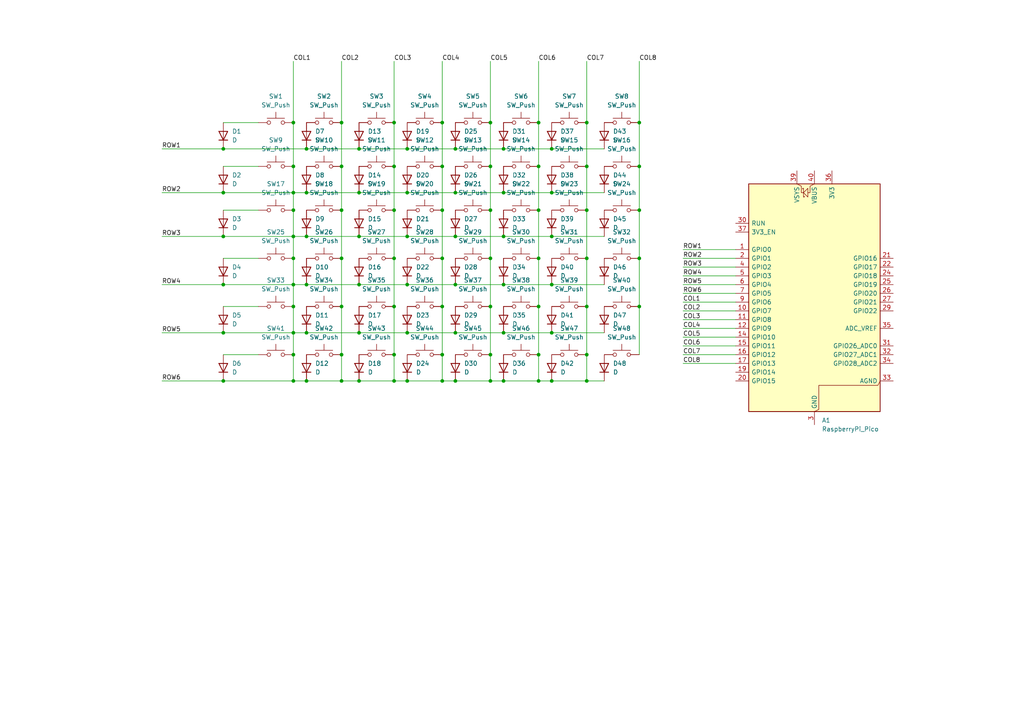
<source format=kicad_sch>
(kicad_sch (version 20250114) (generator "eeschema") (generator_version "9.0")
  (paper "A4")
  (lib_symbols
    (symbol "Device:D" (pin_numbers (hide yes)) (pin_names (offset 1.016) (hide yes))
      (property "Reference" "D" (at 0 2.54 0))
      (property "Value" "D" (at 0 -2.54 0))
      (symbol "D_0_1"
        (polyline (pts (xy -1.27 1.27) (xy -1.27 -1.27)) (stroke (width 0.254)))
        (polyline (pts (xy 1.27 1.27) (xy 1.27 -1.27) (xy -1.27 0) (xy 1.27 1.27)) (stroke (width 0.254)))
        (polyline (pts (xy 1.27 0) (xy -1.27 0)))
      )
      (symbol "D_1_1"
        (pin passive line (at -3.81 0 0) (length 2.54) (name "K") (number "1"))
        (pin passive line (at 3.81 0 180) (length 2.54) (name "A") (number "2"))
      )
    )
    (symbol "MCU_Module:RaspberryPi_Pico" (pin_names (offset 0.762))
      (property "Reference" "A" (at -19.05 35.56 0))
      (property "Value" "RaspberryPi_Pico" (at 7.62 35.56 0))
      (symbol "RaspberryPi_Pico_0_1"
        (rectangle (start -19.05 34.29) (end 19.05 -31.75) (stroke (width 0.254)) (fill (type background)))
        (polyline (pts (xy -5.08 34.29) (xy -3.81 33.655) (xy -3.81 31.75) (xy -3.175 31.75)))
        (polyline (pts (xy -3.429 32.766) (xy -3.429 33.02) (xy -3.175 33.02) (xy -3.175 30.48) (xy -2.921 30.48) (xy -2.921 30.734)))
        (polyline (pts (xy -3.175 31.75) (xy -1.905 33.02) (xy -1.905 30.48) (xy -3.175 31.75)))
        (polyline (pts (xy 0 34.29) (xy -1.27 33.655) (xy -1.27 31.75) (xy -1.905 31.75)))
        (polyline (pts (xy 0 -31.75) (xy 1.27 -31.115) (xy 1.27 -24.13) (xy 18.415 -24.13) (xy 19.05 -22.86)))
      )
      (symbol "RaspberryPi_Pico_1_1"
        (pin passive line (at -22.86 22.86 0) (length 3.81) (name "RUN") (number "30"))
        (pin passive line (at -22.86 20.32 0) (length 3.81) (name "3V3_EN") (number "37"))
        (pin bidirectional line (at -22.86 15.24 0) (length 3.81) (name "GPIO0") (number "1"))
        (pin bidirectional line (at -22.86 12.7 0) (length 3.81) (name "GPIO1") (number "2"))
        (pin bidirectional line (at -22.86 10.16 0) (length 3.81) (name "GPIO2") (number "4"))
        (pin bidirectional line (at -22.86 7.62 0) (length 3.81) (name "GPIO3") (number "5"))
        (pin bidirectional line (at -22.86 5.08 0) (length 3.81) (name "GPIO4") (number "6"))
        (pin bidirectional line (at -22.86 2.54 0) (length 3.81) (name "GPIO5") (number "7"))
        (pin bidirectional line (at -22.86 0 0) (length 3.81) (name "GPIO6") (number "9"))
        (pin bidirectional line (at -22.86 -2.54 0) (length 3.81) (name "GPIO7") (number "10"))
        (pin bidirectional line (at -22.86 -5.08 0) (length 3.81) (name "GPIO8") (number "11"))
        (pin bidirectional line (at -22.86 -7.62 0) (length 3.81) (name "GPIO9") (number "12"))
        (pin bidirectional line (at -22.86 -10.16 0) (length 3.81) (name "GPIO10") (number "14"))
        (pin bidirectional line (at -22.86 -12.7 0) (length 3.81) (name "GPIO11") (number "15"))
        (pin bidirectional line (at -22.86 -15.24 0) (length 3.81) (name "GPIO12") (number "16"))
        (pin bidirectional line (at -22.86 -17.78 0) (length 3.81) (name "GPIO13") (number "17"))
        (pin bidirectional line (at -22.86 -20.32 0) (length 3.81) (name "GPIO14") (number "19"))
        (pin bidirectional line (at -22.86 -22.86 0) (length 3.81) (name "GPIO15") (number "20"))
        (pin power_in line (at -5.08 38.1 270) (length 3.81) (name "VSYS") (number "39"))
        (pin power_out line (at 0 38.1 270) (length 3.81) (name "VBUS") (number "40"))
        (pin passive line (at 0 -35.56 90) (length 3.81) (hide yes) (name "GND") (number "13"))
        (pin passive line (at 0 -35.56 90) (length 3.81) (hide yes) (name "GND") (number "18"))
        (pin passive line (at 0 -35.56 90) (length 3.81) (hide yes) (name "GND") (number "23"))
        (pin passive line (at 0 -35.56 90) (length 3.81) (hide yes) (name "GND") (number "28"))
        (pin power_out line (at 0 -35.56 90) (length 3.81) (name "GND") (number "3"))
        (pin passive line (at 0 -35.56 90) (length 3.81) (hide yes) (name "GND") (number "38"))
        (pin passive line (at 0 -35.56 90) (length 3.81) (hide yes) (name "GND") (number "8"))
        (pin power_out line (at 5.08 38.1 270) (length 3.81) (name "3V3") (number "36"))
        (pin bidirectional line (at 22.86 12.7 180) (length 3.81) (name "GPIO16") (number "21"))
        (pin bidirectional line (at 22.86 10.16 180) (length 3.81) (name "GPIO17") (number "22"))
        (pin bidirectional line (at 22.86 7.62 180) (length 3.81) (name "GPIO18") (number "24"))
        (pin bidirectional line (at 22.86 5.08 180) (length 3.81) (name "GPIO19") (number "25"))
        (pin bidirectional line (at 22.86 2.54 180) (length 3.81) (name "GPIO20") (number "26"))
        (pin bidirectional line (at 22.86 0 180) (length 3.81) (name "GPIO21") (number "27"))
        (pin bidirectional line (at 22.86 -2.54 180) (length 3.81) (name "GPIO22") (number "29"))
        (pin power_in line (at 22.86 -7.62 180) (length 3.81) (name "ADC_VREF") (number "35"))
        (pin bidirectional line (at 22.86 -12.7 180) (length 3.81) (name "GPIO26_ADC0") (number "31"))
        (pin bidirectional line (at 22.86 -15.24 180) (length 3.81) (name "GPIO27_ADC1") (number "32"))
        (pin bidirectional line (at 22.86 -17.78 180) (length 3.81) (name "GPIO28_ADC2") (number "34"))
        (pin power_out line (at 22.86 -22.86 180) (length 3.81) (name "AGND") (number "33"))
      )
    )
    (symbol "Switch:SW_Push" (pin_numbers (hide yes)) (pin_names (offset 1.016) (hide yes))
      (property "Reference" "SW" (at 1.27 2.54 0))
      (property "Value" "SW_Push" (at 0 -1.524 0))
      (symbol "SW_Push_0_1"
        (circle (center -2.032 0) (radius 0.508))
        (polyline (pts (xy 0 1.27) (xy 0 3.048)))
        (circle (center 2.032 0) (radius 0.508))
        (polyline (pts (xy 2.54 1.27) (xy -2.54 1.27)))
        (pin passive line (at -5.08 0 0) (length 2.54) (name "1") (number "1"))
        (pin passive line (at 5.08 0 180) (length 2.54) (name "2") (number "2"))
      )
    )
  )
  (junction (at 85.09 96.52))
  (junction (at 185.42 74.93))
  (junction (at 185.42 60.96))
  (junction (at 85.09 48.26))
  (junction (at 128.27 88.9))
  (junction (at 132.08 110.49))
  (junction (at 146.05 43.18))
  (junction (at 88.9 43.18))
  (junction (at 170.18 110.49))
  (junction (at 156.21 74.93))
  (junction (at 142.24 48.26))
  (junction (at 88.9 110.49))
  (junction (at 99.06 110.49))
  (junction (at 118.11 82.55))
  (junction (at 132.08 43.18))
  (junction (at 146.05 110.49))
  (junction (at 114.3 35.56))
  (junction (at 170.18 35.56))
  (junction (at 99.06 102.87))
  (junction (at 104.14 110.49))
  (junction (at 88.9 82.55))
  (junction (at 99.06 35.56))
  (junction (at 85.09 60.96))
  (junction (at 104.14 55.88))
  (junction (at 142.24 88.9))
  (junction (at 156.21 35.56))
  (junction (at 64.77 96.52))
  (junction (at 85.09 110.49))
  (junction (at 142.24 102.87))
  (junction (at 104.14 82.55))
  (junction (at 85.09 102.87))
  (junction (at 132.08 82.55))
  (junction (at 146.05 68.58))
  (junction (at 118.11 96.52))
  (junction (at 128.27 102.87))
  (junction (at 142.24 60.96))
  (junction (at 132.08 68.58))
  (junction (at 156.21 88.9))
  (junction (at 114.3 88.9))
  (junction (at 118.11 110.49))
  (junction (at 170.18 102.87))
  (junction (at 85.09 88.9))
  (junction (at 160.02 96.52))
  (junction (at 88.9 96.52))
  (junction (at 142.24 110.49))
  (junction (at 114.3 102.87))
  (junction (at 170.18 60.96))
  (junction (at 88.9 68.58))
  (junction (at 128.27 48.26))
  (junction (at 64.77 68.58))
  (junction (at 64.77 55.88))
  (junction (at 132.08 96.52))
  (junction (at 114.3 110.49))
  (junction (at 114.3 48.26))
  (junction (at 118.11 68.58))
  (junction (at 170.18 74.93))
  (junction (at 156.21 60.96))
  (junction (at 99.06 48.26))
  (junction (at 170.18 88.9))
  (junction (at 156.21 48.26))
  (junction (at 160.02 82.55))
  (junction (at 104.14 43.18))
  (junction (at 160.02 43.18))
  (junction (at 160.02 68.58))
  (junction (at 156.21 110.49))
  (junction (at 142.24 35.56))
  (junction (at 85.09 82.55))
  (junction (at 114.3 60.96))
  (junction (at 85.09 68.58))
  (junction (at 104.14 96.52))
  (junction (at 146.05 96.52))
  (junction (at 160.02 55.88))
  (junction (at 99.06 60.96))
  (junction (at 160.02 110.49))
  (junction (at 156.21 102.87))
  (junction (at 128.27 74.93))
  (junction (at 146.05 55.88))
  (junction (at 64.77 43.18))
  (junction (at 185.42 35.56))
  (junction (at 85.09 35.56))
  (junction (at 185.42 48.26))
  (junction (at 88.9 55.88))
  (junction (at 85.09 74.93))
  (junction (at 185.42 88.9))
  (junction (at 128.27 35.56))
  (junction (at 104.14 68.58))
  (junction (at 128.27 110.49))
  (junction (at 142.24 74.93))
  (junction (at 170.18 48.26))
  (junction (at 146.05 82.55))
  (junction (at 114.3 74.93))
  (junction (at 85.09 55.88))
  (junction (at 132.08 55.88))
  (junction (at 64.77 82.55))
  (junction (at 99.06 88.9))
  (junction (at 99.06 74.93))
  (junction (at 118.11 55.88))
  (junction (at 118.11 43.18))
  (junction (at 128.27 60.96))
  (junction (at 64.77 110.49))
  (wire (pts (xy 85.09 74.93) (xy 85.09 82.55)))
  (wire (pts (xy 156.21 110.49) (xy 160.02 110.49)))
  (wire (pts (xy 64.77 96.52) (xy 85.09 96.52)))
  (wire (pts (xy 128.27 60.96) (xy 128.27 74.93)))
  (wire (pts (xy 118.11 68.58) (xy 132.08 68.58)))
  (wire (pts (xy 128.27 110.49) (xy 132.08 110.49)))
  (wire (pts (xy 132.08 68.58) (xy 146.05 68.58)))
  (wire (pts (xy 85.09 96.52) (xy 85.09 102.87)))
  (wire (pts (xy 46.99 96.52) (xy 64.77 96.52)))
  (wire (pts (xy 88.9 96.52) (xy 104.14 96.52)))
  (wire (pts (xy 170.18 102.87) (xy 170.18 110.49)))
  (wire (pts (xy 160.02 110.49) (xy 170.18 110.49)))
  (wire (pts (xy 99.06 88.9) (xy 99.06 102.87)))
  (wire (pts (xy 156.21 74.93) (xy 156.21 88.9)))
  (wire (pts (xy 114.3 102.87) (xy 114.3 110.49)))
  (wire (pts (xy 160.02 82.55) (xy 175.26 82.55)))
  (wire (pts (xy 198.12 72.39) (xy 213.36 72.39)))
  (wire (pts (xy 198.12 80.01) (xy 213.36 80.01)))
  (wire (pts (xy 156.21 48.26) (xy 156.21 60.96)))
  (wire (pts (xy 160.02 55.88) (xy 175.26 55.88)))
  (wire (pts (xy 104.14 110.49) (xy 114.3 110.49)))
  (wire (pts (xy 74.93 88.9) (xy 64.77 88.9)))
  (wire (pts (xy 128.27 88.9) (xy 128.27 102.87)))
  (wire (pts (xy 146.05 110.49) (xy 156.21 110.49)))
  (wire (pts (xy 104.14 96.52) (xy 118.11 96.52)))
  (wire (pts (xy 85.09 68.58) (xy 85.09 74.93)))
  (wire (pts (xy 85.09 102.87) (xy 85.09 110.49)))
  (wire (pts (xy 74.93 74.93) (xy 64.77 74.93)))
  (wire (pts (xy 142.24 74.93) (xy 142.24 88.9)))
  (wire (pts (xy 114.3 74.93) (xy 114.3 88.9)))
  (wire (pts (xy 74.93 102.87) (xy 64.77 102.87)))
  (wire (pts (xy 85.09 55.88) (xy 88.9 55.88)))
  (wire (pts (xy 99.06 102.87) (xy 99.06 110.49)))
  (wire (pts (xy 170.18 17.78) (xy 170.18 35.56)))
  (wire (pts (xy 198.12 95.25) (xy 213.36 95.25)))
  (wire (pts (xy 198.12 74.93) (xy 213.36 74.93)))
  (wire (pts (xy 170.18 110.49) (xy 175.26 110.49)))
  (wire (pts (xy 170.18 48.26) (xy 170.18 60.96)))
  (wire (pts (xy 128.27 102.87) (xy 128.27 110.49)))
  (wire (pts (xy 85.09 110.49) (xy 88.9 110.49)))
  (wire (pts (xy 185.42 17.78) (xy 185.42 35.56)))
  (wire (pts (xy 64.77 55.88) (xy 85.09 55.88)))
  (wire (pts (xy 160.02 96.52) (xy 175.26 96.52)))
  (wire (pts (xy 74.93 60.96) (xy 64.77 60.96)))
  (wire (pts (xy 104.14 68.58) (xy 118.11 68.58)))
  (wire (pts (xy 99.06 35.56) (xy 99.06 48.26)))
  (wire (pts (xy 99.06 110.49) (xy 104.14 110.49)))
  (wire (pts (xy 104.14 82.55) (xy 118.11 82.55)))
  (wire (pts (xy 146.05 96.52) (xy 160.02 96.52)))
  (wire (pts (xy 142.24 17.78) (xy 142.24 35.56)))
  (wire (pts (xy 85.09 88.9) (xy 85.09 96.52)))
  (wire (pts (xy 198.12 105.41) (xy 213.36 105.41)))
  (wire (pts (xy 118.11 82.55) (xy 132.08 82.55)))
  (wire (pts (xy 85.09 68.58) (xy 88.9 68.58)))
  (wire (pts (xy 74.93 48.26) (xy 64.77 48.26)))
  (wire (pts (xy 146.05 68.58) (xy 160.02 68.58)))
  (wire (pts (xy 170.18 60.96) (xy 170.18 74.93)))
  (wire (pts (xy 185.42 60.96) (xy 185.42 74.93)))
  (wire (pts (xy 185.42 88.9) (xy 185.42 102.87)))
  (wire (pts (xy 132.08 110.49) (xy 142.24 110.49)))
  (wire (pts (xy 46.99 68.58) (xy 64.77 68.58)))
  (wire (pts (xy 88.9 110.49) (xy 99.06 110.49)))
  (wire (pts (xy 64.77 82.55) (xy 85.09 82.55)))
  (wire (pts (xy 198.12 97.79) (xy 213.36 97.79)))
  (wire (pts (xy 198.12 87.63) (xy 213.36 87.63)))
  (wire (pts (xy 46.99 110.49) (xy 64.77 110.49)))
  (wire (pts (xy 114.3 60.96) (xy 114.3 74.93)))
  (wire (pts (xy 156.21 60.96) (xy 156.21 74.93)))
  (wire (pts (xy 46.99 43.18) (xy 64.77 43.18)))
  (wire (pts (xy 118.11 110.49) (xy 128.27 110.49)))
  (wire (pts (xy 156.21 17.78) (xy 156.21 35.56)))
  (wire (pts (xy 85.09 96.52) (xy 88.9 96.52)))
  (wire (pts (xy 185.42 48.26) (xy 185.42 60.96)))
  (wire (pts (xy 198.12 82.55) (xy 213.36 82.55)))
  (wire (pts (xy 99.06 48.26) (xy 99.06 60.96)))
  (wire (pts (xy 185.42 35.56) (xy 185.42 48.26)))
  (wire (pts (xy 64.77 68.58) (xy 85.09 68.58)))
  (wire (pts (xy 118.11 43.18) (xy 132.08 43.18)))
  (wire (pts (xy 132.08 55.88) (xy 146.05 55.88)))
  (wire (pts (xy 85.09 55.88) (xy 85.09 60.96)))
  (wire (pts (xy 118.11 96.52) (xy 132.08 96.52)))
  (wire (pts (xy 85.09 82.55) (xy 88.9 82.55)))
  (wire (pts (xy 142.24 102.87) (xy 142.24 110.49)))
  (wire (pts (xy 146.05 55.88) (xy 160.02 55.88)))
  (wire (pts (xy 114.3 110.49) (xy 118.11 110.49)))
  (wire (pts (xy 114.3 35.56) (xy 114.3 48.26)))
  (wire (pts (xy 198.12 85.09) (xy 213.36 85.09)))
  (wire (pts (xy 198.12 90.17) (xy 213.36 90.17)))
  (wire (pts (xy 88.9 82.55) (xy 104.14 82.55)))
  (wire (pts (xy 132.08 96.52) (xy 146.05 96.52)))
  (wire (pts (xy 88.9 68.58) (xy 104.14 68.58)))
  (wire (pts (xy 128.27 48.26) (xy 128.27 60.96)))
  (wire (pts (xy 85.09 60.96) (xy 85.09 68.58)))
  (wire (pts (xy 118.11 55.88) (xy 132.08 55.88)))
  (wire (pts (xy 160.02 68.58) (xy 175.26 68.58)))
  (wire (pts (xy 114.3 17.78) (xy 114.3 35.56)))
  (wire (pts (xy 64.77 110.49) (xy 85.09 110.49)))
  (wire (pts (xy 185.42 74.93) (xy 185.42 88.9)))
  (wire (pts (xy 114.3 88.9) (xy 114.3 102.87)))
  (wire (pts (xy 146.05 43.18) (xy 160.02 43.18)))
  (wire (pts (xy 104.14 55.88) (xy 118.11 55.88)))
  (wire (pts (xy 88.9 43.18) (xy 104.14 43.18)))
  (wire (pts (xy 146.05 82.55) (xy 160.02 82.55)))
  (wire (pts (xy 64.77 43.18) (xy 88.9 43.18)))
  (wire (pts (xy 142.24 48.26) (xy 142.24 60.96)))
  (wire (pts (xy 142.24 110.49) (xy 146.05 110.49)))
  (wire (pts (xy 142.24 35.56) (xy 142.24 48.26)))
  (wire (pts (xy 132.08 82.55) (xy 146.05 82.55)))
  (wire (pts (xy 128.27 17.78) (xy 128.27 35.56)))
  (wire (pts (xy 160.02 43.18) (xy 175.26 43.18)))
  (wire (pts (xy 46.99 55.88) (xy 64.77 55.88)))
  (wire (pts (xy 198.12 92.71) (xy 213.36 92.71)))
  (wire (pts (xy 128.27 35.56) (xy 128.27 48.26)))
  (wire (pts (xy 46.99 82.55) (xy 64.77 82.55)))
  (wire (pts (xy 85.09 48.26) (xy 85.09 55.88)))
  (wire (pts (xy 156.21 35.56) (xy 156.21 48.26)))
  (wire (pts (xy 156.21 102.87) (xy 156.21 110.49)))
  (wire (pts (xy 99.06 60.96) (xy 99.06 74.93)))
  (wire (pts (xy 170.18 74.93) (xy 170.18 88.9)))
  (wire (pts (xy 142.24 60.96) (xy 142.24 74.93)))
  (wire (pts (xy 198.12 77.47) (xy 213.36 77.47)))
  (wire (pts (xy 74.93 35.56) (xy 64.77 35.56)))
  (wire (pts (xy 142.24 88.9) (xy 142.24 102.87)))
  (wire (pts (xy 85.09 17.78) (xy 85.09 35.56)))
  (wire (pts (xy 85.09 35.56) (xy 85.09 48.26)))
  (wire (pts (xy 99.06 74.93) (xy 99.06 88.9)))
  (wire (pts (xy 170.18 88.9) (xy 170.18 102.87)))
  (wire (pts (xy 99.06 17.78) (xy 99.06 35.56)))
  (wire (pts (xy 170.18 35.56) (xy 170.18 48.26)))
  (wire (pts (xy 156.21 88.9) (xy 156.21 102.87)))
  (wire (pts (xy 104.14 43.18) (xy 118.11 43.18)))
  (wire (pts (xy 128.27 74.93) (xy 128.27 88.9)))
  (wire (pts (xy 114.3 48.26) (xy 114.3 60.96)))
  (wire (pts (xy 132.08 43.18) (xy 146.05 43.18)))
  (wire (pts (xy 85.09 82.55) (xy 85.09 88.9)))
  (wire (pts (xy 198.12 102.87) (xy 213.36 102.87)))
  (wire (pts (xy 88.9 55.88) (xy 104.14 55.88)))
  (wire (pts (xy 198.12 100.33) (xy 213.36 100.33)))
  (label "ROW1" (at 198.12 72.39 0))
  (label "COL1" (at 85.09 17.78 0))
  (label "COL2" (at 99.06 17.78 0))
  (label "COL6" (at 156.21 17.78 0))
  (label "COL4" (at 128.27 17.78 0))
  (label "ROW3" (at 46.99 68.58 0))
  (label "COL3" (at 198.12 92.71 0))
  (label "ROW6" (at 198.12 85.09 0))
  (label "COL4" (at 198.12 95.25 0))
  (label "COL6" (at 198.12 100.33 0))
  (label "COL7" (at 198.12 102.87 0))
  (label "ROW3" (at 198.12 77.47 0))
  (label "ROW4" (at 198.12 80.01 0))
  (label "ROW5" (at 46.99 96.52 0))
  (label "COL1" (at 198.12 87.63 0))
  (label "COL7" (at 170.18 17.78 0))
  (label "COL2" (at 198.12 90.17 0))
  (label "ROW1" (at 46.99 43.18 0))
  (label "COL3" (at 114.3 17.78 0))
  (label "COL5" (at 142.24 17.78 0))
  (label "ROW2" (at 198.12 74.93 0))
  (label "COL5" (at 198.12 97.79 0))
  (label "ROW6" (at 46.99 110.49 0))
  (label "COL8" (at 198.12 105.41 0))
  (label "COL8" (at 185.42 17.78 0))
  (label "ROW2" (at 46.99 55.88 0))
  (label "ROW4" (at 46.99 82.55 0))
  (label "ROW5" (at 198.12 82.55 0))
  (symbol (lib_id "Switch:SW_Push") (at 109.22 48.26 0) (unit 1)
    (property "Reference" "SW11" (at 109.22 40.64 0))
    (property "Value" "SW_Push" (at 109.22 43.18 0))
    (property "Footprint" "Button_Switch_Keyboard:SW_Cherry_MX_1.00u_PCB" (effects (hide yes)))
    (property "Description" "Push button switch, generic, two pins" (effects (hide yes)))
  )
  (symbol (lib_id "Device:D") (at 160.02 78.74 90) (unit 1)
    (property "Reference" "D40" (at 162.56 77.4699 90) (effects (justify right)))
    (property "Value" "D" (at 162.56 80.0099 90) (effects (justify right)))
    (property "Footprint" "Diode_SMD:D_1206_3216Metric_Pad1.42x1.75mm_HandSolder" (effects (hide yes)))
    (property "Description" "Diode" (effects (hide yes)))
    (property "Sim.Device" "D" (effects (hide yes)))
    (property "Sim.Pins" "1=K 2=A" (effects (hide yes)))
  )
  (symbol (lib_id "Switch:SW_Push") (at 165.1 48.26 0) (unit 1)
    (property "Reference" "SW15" (at 165.1 40.64 0))
    (property "Value" "SW_Push" (at 165.1 43.18 0))
    (property "Footprint" "Button_Switch_Keyboard:SW_Cherry_MX_1.00u_PCB" (effects (hide yes)))
    (property "Description" "Push button switch, generic, two pins" (effects (hide yes)))
  )
  (symbol (lib_id "Device:D") (at 64.77 52.07 90) (unit 1)
    (property "Reference" "D2" (at 67.31 50.7999 90) (effects (justify right)))
    (property "Value" "D" (at 67.31 53.3399 90) (effects (justify right)))
    (property "Footprint" "Diode_SMD:D_1206_3216Metric_Pad1.42x1.75mm_HandSolder" (effects (hide yes)))
    (property "Description" "Diode" (effects (hide yes)))
    (property "Sim.Device" "D" (effects (hide yes)))
    (property "Sim.Pins" "1=K 2=A" (effects (hide yes)))
  )
  (symbol (lib_id "Device:D") (at 160.02 39.37 90) (unit 1)
    (property "Reference" "D37" (at 162.56 38.0999 90) (effects (justify right)))
    (property "Value" "D" (at 162.56 40.6399 90) (effects (justify right)))
    (property "Footprint" "Diode_SMD:D_1206_3216Metric_Pad1.42x1.75mm_HandSolder" (effects (hide yes)))
    (property "Description" "Diode" (effects (hide yes)))
    (property "Sim.Device" "D" (effects (hide yes)))
    (property "Sim.Pins" "1=K 2=A" (effects (hide yes)))
  )
  (symbol (lib_id "Device:D") (at 146.05 64.77 90) (unit 1)
    (property "Reference" "D33" (at 148.59 63.4999 90) (effects (justify right)))
    (property "Value" "D" (at 148.59 66.0399 90) (effects (justify right)))
    (property "Footprint" "Diode_SMD:D_1206_3216Metric_Pad1.42x1.75mm_HandSolder" (effects (hide yes)))
    (property "Description" "Diode" (effects (hide yes)))
    (property "Sim.Device" "D" (effects (hide yes)))
    (property "Sim.Pins" "1=K 2=A" (effects (hide yes)))
  )
  (symbol (lib_id "Device:D") (at 146.05 52.07 90) (unit 1)
    (property "Reference" "D32" (at 148.59 50.7999 90) (effects (justify right)))
    (property "Value" "D" (at 148.59 53.3399 90) (effects (justify right)))
    (property "Footprint" "Diode_SMD:D_1206_3216Metric_Pad1.42x1.75mm_HandSolder" (effects (hide yes)))
    (property "Description" "Diode" (effects (hide yes)))
    (property "Sim.Device" "D" (effects (hide yes)))
    (property "Sim.Pins" "1=K 2=A" (effects (hide yes)))
  )
  (symbol (lib_id "Switch:SW_Push") (at 80.01 88.9 0) (unit 1)
    (property "Reference" "SW33" (at 80.01 81.28 0))
    (property "Value" "SW_Push" (at 80.01 83.82 0))
    (property "Footprint" "Button_Switch_Keyboard:SW_Cherry_MX_1.00u_PCB" (effects (hide yes)))
    (property "Description" "Push button switch, generic, two pins" (effects (hide yes)))
  )
  (symbol (lib_id "Switch:SW_Push") (at 137.16 60.96 0) (unit 1)
    (property "Reference" "SW21" (at 137.16 53.34 0))
    (property "Value" "SW_Push" (at 137.16 55.88 0))
    (property "Footprint" "Button_Switch_Keyboard:SW_Cherry_MX_1.00u_PCB" (effects (hide yes)))
    (property "Description" "Push button switch, generic, two pins" (effects (hide yes)))
  )
  (symbol (lib_id "Switch:SW_Push") (at 93.98 60.96 0) (unit 1)
    (property "Reference" "SW18" (at 93.98 53.34 0))
    (property "Value" "SW_Push" (at 93.98 55.88 0))
    (property "Footprint" "Button_Switch_Keyboard:SW_Cherry_MX_1.00u_PCB" (effects (hide yes)))
    (property "Description" "Push button switch, generic, two pins" (effects (hide yes)))
  )
  (symbol (lib_id "Switch:SW_Push") (at 123.19 102.87 0) (unit 1)
    (property "Reference" "SW44" (at 123.19 95.25 0))
    (property "Value" "SW_Push" (at 123.19 97.79 0))
    (property "Footprint" "Button_Switch_Keyboard:SW_Cherry_MX_1.00u_PCB" (effects (hide yes)))
    (property "Description" "Push button switch, generic, two pins" (effects (hide yes)))
  )
  (symbol (lib_id "Switch:SW_Push") (at 123.19 74.93 0) (unit 1)
    (property "Reference" "SW28" (at 123.19 67.31 0))
    (property "Value" "SW_Push" (at 123.19 69.85 0))
    (property "Footprint" "Button_Switch_Keyboard:SW_Cherry_MX_1.00u_PCB" (effects (hide yes)))
    (property "Description" "Push button switch, generic, two pins" (effects (hide yes)))
  )
  (symbol (lib_id "Device:D") (at 88.9 52.07 90) (unit 1)
    (property "Reference" "D8" (at 91.44 50.7999 90) (effects (justify right)))
    (property "Value" "D" (at 91.44 53.3399 90) (effects (justify right)))
    (property "Footprint" "Diode_SMD:D_1206_3216Metric_Pad1.42x1.75mm_HandSolder" (effects (hide yes)))
    (property "Description" "Diode" (effects (hide yes)))
    (property "Sim.Device" "D" (effects (hide yes)))
    (property "Sim.Pins" "1=K 2=A" (effects (hide yes)))
  )
  (symbol (lib_id "Switch:SW_Push") (at 123.19 88.9 0) (unit 1)
    (property "Reference" "SW36" (at 123.19 81.28 0))
    (property "Value" "SW_Push" (at 123.19 83.82 0))
    (property "Footprint" "Button_Switch_Keyboard:SW_Cherry_MX_1.00u_PCB" (effects (hide yes)))
    (property "Description" "Push button switch, generic, two pins" (effects (hide yes)))
  )
  (symbol (lib_id "Switch:SW_Push") (at 151.13 48.26 0) (unit 1)
    (property "Reference" "SW14" (at 151.13 40.64 0))
    (property "Value" "SW_Push" (at 151.13 43.18 0))
    (property "Footprint" "Button_Switch_Keyboard:SW_Cherry_MX_1.00u_PCB" (effects (hide yes)))
    (property "Description" "Push button switch, generic, two pins" (effects (hide yes)))
  )
  (symbol (lib_id "Device:D") (at 118.11 78.74 90) (unit 1)
    (property "Reference" "D22" (at 120.65 77.4699 90) (effects (justify right)))
    (property "Value" "D" (at 120.65 80.0099 90) (effects (justify right)))
    (property "Footprint" "Diode_SMD:D_1206_3216Metric_Pad1.42x1.75mm_HandSolder" (effects (hide yes)))
    (property "Description" "Diode" (effects (hide yes)))
    (property "Sim.Device" "D" (effects (hide yes)))
    (property "Sim.Pins" "1=K 2=A" (effects (hide yes)))
  )
  (symbol (lib_id "Switch:SW_Push") (at 80.01 48.26 0) (unit 1)
    (property "Reference" "SW9" (at 80.01 40.64 0))
    (property "Value" "SW_Push" (at 80.01 43.18 0))
    (property "Footprint" "Button_Switch_Keyboard:SW_Cherry_MX_1.00u_PCB" (effects (hide yes)))
    (property "Description" "Push button switch, generic, two pins" (effects (hide yes)))
  )
  (symbol (lib_id "Device:D") (at 160.02 92.71 90) (unit 1)
    (property "Reference" "D41" (at 162.56 91.4399 90) (effects (justify right)))
    (property "Value" "D" (at 162.56 93.9799 90) (effects (justify right)))
    (property "Footprint" "Diode_SMD:D_1206_3216Metric_Pad1.42x1.75mm_HandSolder" (effects (hide yes)))
    (property "Description" "Diode" (effects (hide yes)))
    (property "Sim.Device" "D" (effects (hide yes)))
    (property "Sim.Pins" "1=K 2=A" (effects (hide yes)))
  )
  (symbol (lib_id "Device:D") (at 175.26 106.68 90) (unit 1)
    (property "Reference" "D48" (at 177.8 105.4099 90) (effects (justify right)))
    (property "Value" "D" (at 177.8 107.9499 90) (effects (justify right)))
    (property "Footprint" "Diode_SMD:D_1206_3216Metric_Pad1.42x1.75mm_HandSolder" (effects (hide yes)))
    (property "Description" "Diode" (effects (hide yes)))
    (property "Sim.Device" "D" (effects (hide yes)))
    (property "Sim.Pins" "1=K 2=A" (effects (hide yes)))
  )
  (symbol (lib_id "Device:D") (at 118.11 52.07 90) (unit 1)
    (property "Reference" "D20" (at 120.65 50.7999 90) (effects (justify right)))
    (property "Value" "D" (at 120.65 53.3399 90) (effects (justify right)))
    (property "Footprint" "Diode_SMD:D_1206_3216Metric_Pad1.42x1.75mm_HandSolder" (effects (hide yes)))
    (property "Description" "Diode" (effects (hide yes)))
    (property "Sim.Device" "D" (effects (hide yes)))
    (property "Sim.Pins" "1=K 2=A" (effects (hide yes)))
  )
  (symbol (lib_id "Switch:SW_Push") (at 180.34 88.9 0) (unit 1)
    (property "Reference" "SW40" (at 180.34 81.28 0))
    (property "Value" "SW_Push" (at 180.34 83.82 0))
    (property "Footprint" "Button_Switch_Keyboard:SW_Cherry_MX_1.00u_PCB" (effects (hide yes)))
    (property "Description" "Push button switch, generic, two pins" (effects (hide yes)))
  )
  (symbol (lib_id "Switch:SW_Push") (at 137.16 88.9 0) (unit 1)
    (property "Reference" "SW37" (at 137.16 81.28 0))
    (property "Value" "SW_Push" (at 137.16 83.82 0))
    (property "Footprint" "Button_Switch_Keyboard:SW_Cherry_MX_1.00u_PCB" (effects (hide yes)))
    (property "Description" "Push button switch, generic, two pins" (effects (hide yes)))
  )
  (symbol (lib_id "Switch:SW_Push") (at 109.22 35.56 0) (unit 1)
    (property "Reference" "SW3" (at 109.22 27.94 0))
    (property "Value" "SW_Push" (at 109.22 30.48 0))
    (property "Footprint" "Button_Switch_Keyboard:SW_Cherry_MX_1.00u_PCB" (effects (hide yes)))
    (property "Description" "Push button switch, generic, two pins" (effects (hide yes)))
  )
  (symbol (lib_id "Switch:SW_Push") (at 165.1 60.96 0) (unit 1)
    (property "Reference" "SW23" (at 165.1 53.34 0))
    (property "Value" "SW_Push" (at 165.1 55.88 0))
    (property "Footprint" "Button_Switch_Keyboard:SW_Cherry_MX_1.00u_PCB" (effects (hide yes)))
    (property "Description" "Push button switch, generic, two pins" (effects (hide yes)))
  )
  (symbol (lib_id "Device:D") (at 64.77 39.37 90) (unit 1)
    (property "Reference" "D1" (at 67.31 38.0999 90) (effects (justify right)))
    (property "Value" "D" (at 67.31 40.6399 90) (effects (justify right)))
    (property "Footprint" "Diode_SMD:D_1206_3216Metric_Pad1.42x1.75mm_HandSolder" (effects (hide yes)))
    (property "Description" "Diode" (effects (hide yes)))
    (property "Sim.Device" "D" (effects (hide yes)))
    (property "Sim.Pins" "1=K 2=A" (effects (hide yes)))
  )
  (symbol (lib_id "Switch:SW_Push") (at 109.22 102.87 0) (unit 1)
    (property "Reference" "SW43" (at 109.22 95.25 0))
    (property "Value" "SW_Push" (at 109.22 97.79 0))
    (property "Footprint" "Button_Switch_Keyboard:SW_Cherry_MX_1.00u_PCB" (effects (hide yes)))
    (property "Description" "Push button switch, generic, two pins" (effects (hide yes)))
  )
  (symbol (lib_id "Device:D") (at 175.26 78.74 90) (unit 1)
    (property "Reference" "D46" (at 177.8 77.4699 90) (effects (justify right)))
    (property "Value" "D" (at 177.8 80.0099 90) (effects (justify right)))
    (property "Footprint" "Diode_SMD:D_1206_3216Metric_Pad1.42x1.75mm_HandSolder" (effects (hide yes)))
    (property "Description" "Diode" (effects (hide yes)))
    (property "Sim.Device" "D" (effects (hide yes)))
    (property "Sim.Pins" "1=K 2=A" (effects (hide yes)))
  )
  (symbol (lib_id "Device:D") (at 104.14 52.07 90) (unit 1)
    (property "Reference" "D14" (at 106.68 50.7999 90) (effects (justify right)))
    (property "Value" "D" (at 106.68 53.3399 90) (effects (justify right)))
    (property "Footprint" "Diode_SMD:D_1206_3216Metric_Pad1.42x1.75mm_HandSolder" (effects (hide yes)))
    (property "Description" "Diode" (effects (hide yes)))
    (property "Sim.Device" "D" (effects (hide yes)))
    (property "Sim.Pins" "1=K 2=A" (effects (hide yes)))
  )
  (symbol (lib_id "Switch:SW_Push") (at 93.98 35.56 0) (unit 1)
    (property "Reference" "SW2" (at 93.98 27.94 0))
    (property "Value" "SW_Push" (at 93.98 30.48 0))
    (property "Footprint" "Button_Switch_Keyboard:SW_Cherry_MX_1.00u_PCB" (effects (hide yes)))
    (property "Description" "Push button switch, generic, two pins" (effects (hide yes)))
  )
  (symbol (lib_id "Switch:SW_Push") (at 123.19 35.56 0) (unit 1)
    (property "Reference" "SW4" (at 123.19 27.94 0))
    (property "Value" "SW_Push" (at 123.19 30.48 0))
    (property "Footprint" "Button_Switch_Keyboard:SW_Cherry_MX_1.00u_PCB" (effects (hide yes)))
    (property "Description" "Push button switch, generic, two pins" (effects (hide yes)))
  )
  (symbol (lib_id "Switch:SW_Push") (at 137.16 48.26 0) (unit 1)
    (property "Reference" "SW13" (at 137.16 40.64 0))
    (property "Value" "SW_Push" (at 137.16 43.18 0))
    (property "Footprint" "Button_Switch_Keyboard:SW_Cherry_MX_1.00u_PCB" (effects (hide yes)))
    (property "Description" "Push button switch, generic, two pins" (effects (hide yes)))
  )
  (symbol (lib_id "Switch:SW_Push") (at 165.1 35.56 0) (unit 1)
    (property "Reference" "SW7" (at 165.1 27.94 0))
    (property "Value" "SW_Push" (at 165.1 30.48 0))
    (property "Footprint" "Button_Switch_Keyboard:SW_Cherry_MX_1.00u_PCB" (effects (hide yes)))
    (property "Description" "Push button switch, generic, two pins" (effects (hide yes)))
  )
  (symbol (lib_id "Device:D") (at 88.9 92.71 90) (unit 1)
    (property "Reference" "D11" (at 91.44 91.4399 90) (effects (justify right)))
    (property "Value" "D" (at 91.44 93.9799 90) (effects (justify right)))
    (property "Footprint" "Diode_SMD:D_1206_3216Metric_Pad1.42x1.75mm_HandSolder" (effects (hide yes)))
    (property "Description" "Diode" (effects (hide yes)))
    (property "Sim.Device" "D" (effects (hide yes)))
    (property "Sim.Pins" "1=K 2=A" (effects (hide yes)))
  )
  (symbol (lib_id "Device:D") (at 175.26 52.07 90) (unit 1)
    (property "Reference" "D44" (at 177.8 50.7999 90) (effects (justify right)))
    (property "Value" "D" (at 177.8 53.3399 90) (effects (justify right)))
    (property "Footprint" "Diode_SMD:D_1206_3216Metric_Pad1.42x1.75mm_HandSolder" (effects (hide yes)))
    (property "Description" "Diode" (effects (hide yes)))
    (property "Sim.Device" "D" (effects (hide yes)))
    (property "Sim.Pins" "1=K 2=A" (effects (hide yes)))
  )
  (symbol (lib_id "Device:D") (at 104.14 78.74 90) (unit 1)
    (property "Reference" "D16" (at 106.68 77.4699 90) (effects (justify right)))
    (property "Value" "D" (at 106.68 80.0099 90) (effects (justify right)))
    (property "Footprint" "Diode_SMD:D_1206_3216Metric_Pad1.42x1.75mm_HandSolder" (effects (hide yes)))
    (property "Description" "Diode" (effects (hide yes)))
    (property "Sim.Device" "D" (effects (hide yes)))
    (property "Sim.Pins" "1=K 2=A" (effects (hide yes)))
  )
  (symbol (lib_id "Switch:SW_Push") (at 93.98 48.26 0) (unit 1)
    (property "Reference" "SW10" (at 93.98 40.64 0))
    (property "Value" "SW_Push" (at 93.98 43.18 0))
    (property "Footprint" "Button_Switch_Keyboard:SW_Cherry_MX_1.00u_PCB" (effects (hide yes)))
    (property "Description" "Push button switch, generic, two pins" (effects (hide yes)))
  )
  (symbol (lib_id "Device:D") (at 104.14 92.71 90) (unit 1)
    (property "Reference" "D17" (at 106.68 91.4399 90) (effects (justify right)))
    (property "Value" "D" (at 106.68 93.9799 90) (effects (justify right)))
    (property "Footprint" "Diode_SMD:D_1206_3216Metric_Pad1.42x1.75mm_HandSolder" (effects (hide yes)))
    (property "Description" "Diode" (effects (hide yes)))
    (property "Sim.Device" "D" (effects (hide yes)))
    (property "Sim.Pins" "1=K 2=A" (effects (hide yes)))
  )
  (symbol (lib_id "Switch:SW_Push") (at 151.13 74.93 0) (unit 1)
    (property "Reference" "SW30" (at 151.13 67.31 0))
    (property "Value" "SW_Push" (at 151.13 69.85 0))
    (property "Footprint" "Button_Switch_Keyboard:SW_Cherry_MX_1.00u_PCB" (effects (hide yes)))
    (property "Description" "Push button switch, generic, two pins" (effects (hide yes)))
  )
  (symbol (lib_id "Device:D") (at 104.14 106.68 90) (unit 1)
    (property "Reference" "D18" (at 106.68 105.4099 90) (effects (justify right)))
    (property "Value" "D" (at 106.68 107.9499 90) (effects (justify right)))
    (property "Footprint" "Diode_SMD:D_1206_3216Metric_Pad1.42x1.75mm_HandSolder" (effects (hide yes)))
    (property "Description" "Diode" (effects (hide yes)))
    (property "Sim.Device" "D" (effects (hide yes)))
    (property "Sim.Pins" "1=K 2=A" (effects (hide yes)))
  )
  (symbol (lib_id "Switch:SW_Push") (at 80.01 74.93 0) (unit 1)
    (property "Reference" "SW25" (at 80.01 67.31 0))
    (property "Value" "SW_Push" (at 80.01 69.85 0))
    (property "Footprint" "Button_Switch_Keyboard:SW_Cherry_MX_1.00u_PCB" (effects (hide yes)))
    (property "Description" "Push button switch, generic, two pins" (effects (hide yes)))
  )
  (symbol (lib_id "Device:D") (at 88.9 78.74 90) (unit 1)
    (property "Reference" "D10" (at 91.44 77.4699 90) (effects (justify right)))
    (property "Value" "D" (at 91.44 80.0099 90) (effects (justify right)))
    (property "Footprint" "Diode_SMD:D_1206_3216Metric_Pad1.42x1.75mm_HandSolder" (effects (hide yes)))
    (property "Description" "Diode" (effects (hide yes)))
    (property "Sim.Device" "D" (effects (hide yes)))
    (property "Sim.Pins" "1=K 2=A" (effects (hide yes)))
  )
  (symbol (lib_id "Device:D") (at 160.02 52.07 90) (unit 1)
    (property "Reference" "D38" (at 162.56 50.7999 90) (effects (justify right)))
    (property "Value" "D" (at 162.56 53.3399 90) (effects (justify right)))
    (property "Footprint" "Diode_SMD:D_1206_3216Metric_Pad1.42x1.75mm_HandSolder" (effects (hide yes)))
    (property "Description" "Diode" (effects (hide yes)))
    (property "Sim.Device" "D" (effects (hide yes)))
    (property "Sim.Pins" "1=K 2=A" (effects (hide yes)))
  )
  (symbol (lib_id "Switch:SW_Push") (at 109.22 88.9 0) (unit 1)
    (property "Reference" "SW35" (at 109.22 81.28 0))
    (property "Value" "SW_Push" (at 109.22 83.82 0))
    (property "Footprint" "Button_Switch_Keyboard:SW_Cherry_MX_1.00u_PCB" (effects (hide yes)))
    (property "Description" "Push button switch, generic, two pins" (effects (hide yes)))
  )
  (symbol (lib_id "Switch:SW_Push") (at 151.13 60.96 0) (unit 1)
    (property "Reference" "SW22" (at 151.13 53.34 0))
    (property "Value" "SW_Push" (at 151.13 55.88 0))
    (property "Footprint" "Button_Switch_Keyboard:SW_Cherry_MX_1.00u_PCB" (effects (hide yes)))
    (property "Description" "Push button switch, generic, two pins" (effects (hide yes)))
  )
  (symbol (lib_id "Switch:SW_Push") (at 137.16 74.93 0) (unit 1)
    (property "Reference" "SW29" (at 137.16 67.31 0))
    (property "Value" "SW_Push" (at 137.16 69.85 0))
    (property "Footprint" "Button_Switch_Keyboard:SW_Cherry_MX_1.00u_PCB" (effects (hide yes)))
    (property "Description" "Push button switch, generic, two pins" (effects (hide yes)))
  )
  (symbol (lib_id "Switch:SW_Push") (at 165.1 88.9 0) (unit 1)
    (property "Reference" "SW39" (at 165.1 81.28 0))
    (property "Value" "SW_Push" (at 165.1 83.82 0))
    (property "Footprint" "Button_Switch_Keyboard:SW_Cherry_MX_1.00u_PCB" (effects (hide yes)))
    (property "Description" "Push button switch, generic, two pins" (effects (hide yes)))
  )
  (symbol (lib_id "Device:D") (at 160.02 64.77 90) (unit 1)
    (property "Reference" "D39" (at 162.56 63.4999 90) (effects (justify right)))
    (property "Value" "D" (at 162.56 66.0399 90) (effects (justify right)))
    (property "Footprint" "Diode_SMD:D_1206_3216Metric_Pad1.42x1.75mm_HandSolder" (effects (hide yes)))
    (property "Description" "Diode" (effects (hide yes)))
    (property "Sim.Device" "D" (effects (hide yes)))
    (property "Sim.Pins" "1=K 2=A" (effects (hide yes)))
  )
  (symbol (lib_id "Switch:SW_Push") (at 80.01 35.56 0) (unit 1)
    (property "Reference" "SW1" (at 80.01 27.94 0))
    (property "Value" "SW_Push" (at 80.01 30.48 0))
    (property "Footprint" "Button_Switch_Keyboard:SW_Cherry_MX_1.00u_PCB" (effects (hide yes)))
    (property "Description" "Push button switch, generic, two pins" (effects (hide yes)))
  )
  (symbol (lib_id "Device:D") (at 64.77 106.68 90) (unit 1)
    (property "Reference" "D6" (at 67.31 105.4099 90) (effects (justify right)))
    (property "Value" "D" (at 67.31 107.9499 90) (effects (justify right)))
    (property "Footprint" "Diode_SMD:D_1206_3216Metric_Pad1.42x1.75mm_HandSolder" (effects (hide yes)))
    (property "Description" "Diode" (effects (hide yes)))
    (property "Sim.Device" "D" (effects (hide yes)))
    (property "Sim.Pins" "1=K 2=A" (effects (hide yes)))
  )
  (symbol (lib_id "Device:D") (at 175.26 39.37 90) (unit 1)
    (property "Reference" "D43" (at 177.8 38.0999 90) (effects (justify right)))
    (property "Value" "D" (at 177.8 40.6399 90) (effects (justify right)))
    (property "Footprint" "Diode_SMD:D_1206_3216Metric_Pad1.42x1.75mm_HandSolder" (effects (hide yes)))
    (property "Description" "Diode" (effects (hide yes)))
    (property "Sim.Device" "D" (effects (hide yes)))
    (property "Sim.Pins" "1=K 2=A" (effects (hide yes)))
  )
  (symbol (lib_id "Device:D") (at 64.77 64.77 90) (unit 1)
    (property "Reference" "D3" (at 67.31 63.4999 90) (effects (justify right)))
    (property "Value" "D" (at 67.31 66.0399 90) (effects (justify right)))
    (property "Footprint" "Diode_SMD:D_1206_3216Metric_Pad1.42x1.75mm_HandSolder" (effects (hide yes)))
    (property "Description" "Diode" (effects (hide yes)))
    (property "Sim.Device" "D" (effects (hide yes)))
    (property "Sim.Pins" "1=K 2=A" (effects (hide yes)))
  )
  (symbol (lib_id "Switch:SW_Push") (at 151.13 35.56 0) (unit 1)
    (property "Reference" "SW6" (at 151.13 27.94 0))
    (property "Value" "SW_Push" (at 151.13 30.48 0))
    (property "Footprint" "Button_Switch_Keyboard:SW_Cherry_MX_1.00u_PCB" (effects (hide yes)))
    (property "Description" "Push button switch, generic, two pins" (effects (hide yes)))
  )
  (symbol (lib_id "Switch:SW_Push") (at 180.34 60.96 0) (unit 1)
    (property "Reference" "SW24" (at 180.34 53.34 0))
    (property "Value" "SW_Push" (at 180.34 55.88 0))
    (property "Footprint" "Button_Switch_Keyboard:SW_Cherry_MX_1.00u_PCB" (effects (hide yes)))
    (property "Description" "Push button switch, generic, two pins" (effects (hide yes)))
  )
  (symbol (lib_id "Switch:SW_Push") (at 151.13 102.87 0) (unit 1)
    (property "Reference" "SW46" (at 151.13 95.25 0))
    (property "Value" "SW_Push" (at 151.13 97.79 0))
    (property "Footprint" "Button_Switch_Keyboard:SW_Cherry_MX_1.00u_PCB" (effects (hide yes)))
    (property "Description" "Push button switch, generic, two pins" (effects (hide yes)))
  )
  (symbol (lib_id "Device:D") (at 104.14 64.77 90) (unit 1)
    (property "Reference" "D15" (at 106.68 63.4999 90) (effects (justify right)))
    (property "Value" "D" (at 106.68 66.0399 90) (effects (justify right)))
    (property "Footprint" "Diode_SMD:D_1206_3216Metric_Pad1.42x1.75mm_HandSolder" (effects (hide yes)))
    (property "Description" "Diode" (effects (hide yes)))
    (property "Sim.Device" "D" (effects (hide yes)))
    (property "Sim.Pins" "1=K 2=A" (effects (hide yes)))
  )
  (symbol (lib_id "Device:D") (at 146.05 92.71 90) (unit 1)
    (property "Reference" "D35" (at 148.59 91.4399 90) (effects (justify right)))
    (property "Value" "D" (at 148.59 93.9799 90) (effects (justify right)))
    (property "Footprint" "Diode_SMD:D_1206_3216Metric_Pad1.42x1.75mm_HandSolder" (effects (hide yes)))
    (property "Description" "Diode" (effects (hide yes)))
    (property "Sim.Device" "D" (effects (hide yes)))
    (property "Sim.Pins" "1=K 2=A" (effects (hide yes)))
  )
  (symbol (lib_id "Device:D") (at 132.08 52.07 90) (unit 1)
    (property "Reference" "D26" (at 134.62 50.7999 90) (effects (justify right)))
    (property "Value" "D" (at 134.62 53.3399 90) (effects (justify right)))
    (property "Footprint" "Diode_SMD:D_1206_3216Metric_Pad1.42x1.75mm_HandSolder" (effects (hide yes)))
    (property "Description" "Diode" (effects (hide yes)))
    (property "Sim.Device" "D" (effects (hide yes)))
    (property "Sim.Pins" "1=K 2=A" (effects (hide yes)))
  )
  (symbol (lib_id "Device:D") (at 118.11 64.77 90) (unit 1)
    (property "Reference" "D21" (at 120.65 63.4999 90) (effects (justify right)))
    (property "Value" "D" (at 120.65 66.0399 90) (effects (justify right)))
    (property "Footprint" "Diode_SMD:D_1206_3216Metric_Pad1.42x1.75mm_HandSolder" (effects (hide yes)))
    (property "Description" "Diode" (effects (hide yes)))
    (property "Sim.Device" "D" (effects (hide yes)))
    (property "Sim.Pins" "1=K 2=A" (effects (hide yes)))
  )
  (symbol (lib_id "Switch:SW_Push") (at 137.16 35.56 0) (unit 1)
    (property "Reference" "SW5" (at 137.16 27.94 0))
    (property "Value" "SW_Push" (at 137.16 30.48 0))
    (property "Footprint" "Button_Switch_Keyboard:SW_Cherry_MX_1.00u_PCB" (effects (hide yes)))
    (property "Description" "Push button switch, generic, two pins" (effects (hide yes)))
  )
  (symbol (lib_id "Switch:SW_Push") (at 109.22 60.96 0) (unit 1)
    (property "Reference" "SW19" (at 109.22 53.34 0))
    (property "Value" "SW_Push" (at 109.22 55.88 0))
    (property "Footprint" "Button_Switch_Keyboard:SW_Cherry_MX_1.00u_PCB" (effects (hide yes)))
    (property "Description" "Push button switch, generic, two pins" (effects (hide yes)))
  )
  (symbol (lib_id "Device:D") (at 160.02 106.68 90) (unit 1)
    (property "Reference" "D42" (at 162.56 105.4099 90) (effects (justify right)))
    (property "Value" "D" (at 162.56 107.9499 90) (effects (justify right)))
    (property "Footprint" "Diode_SMD:D_1206_3216Metric_Pad1.42x1.75mm_HandSolder" (effects (hide yes)))
    (property "Description" "Diode" (effects (hide yes)))
    (property "Sim.Device" "D" (effects (hide yes)))
    (property "Sim.Pins" "1=K 2=A" (effects (hide yes)))
  )
  (symbol (lib_id "Device:D") (at 146.05 39.37 90) (unit 1)
    (property "Reference" "D31" (at 148.59 38.0999 90) (effects (justify right)))
    (property "Value" "D" (at 148.59 40.6399 90) (effects (justify right)))
    (property "Footprint" "Diode_SMD:D_1206_3216Metric_Pad1.42x1.75mm_HandSolder" (effects (hide yes)))
    (property "Description" "Diode" (effects (hide yes)))
    (property "Sim.Device" "D" (effects (hide yes)))
    (property "Sim.Pins" "1=K 2=A" (effects (hide yes)))
  )
  (symbol (lib_id "Switch:SW_Push") (at 80.01 102.87 0) (unit 1)
    (property "Reference" "SW41" (at 80.01 95.25 0))
    (property "Value" "SW_Push" (at 80.01 97.79 0))
    (property "Footprint" "Button_Switch_Keyboard:SW_Cherry_MX_1.00u_PCB" (effects (hide yes)))
    (property "Description" "Push button switch, generic, two pins" (effects (hide yes)))
  )
  (symbol (lib_id "Switch:SW_Push") (at 137.16 102.87 0) (unit 1)
    (property "Reference" "SW45" (at 137.16 95.25 0))
    (property "Value" "SW_Push" (at 137.16 97.79 0))
    (property "Footprint" "Button_Switch_Keyboard:SW_Cherry_MX_1.00u_PCB" (effects (hide yes)))
    (property "Description" "Push button switch, generic, two pins" (effects (hide yes)))
  )
  (symbol (lib_id "Device:D") (at 118.11 106.68 90) (unit 1)
    (property "Reference" "D24" (at 120.65 105.4099 90) (effects (justify right)))
    (property "Value" "D" (at 120.65 107.9499 90) (effects (justify right)))
    (property "Footprint" "Diode_SMD:D_1206_3216Metric_Pad1.42x1.75mm_HandSolder" (effects (hide yes)))
    (property "Description" "Diode" (effects (hide yes)))
    (property "Sim.Device" "D" (effects (hide yes)))
    (property "Sim.Pins" "1=K 2=A" (effects (hide yes)))
  )
  (symbol (lib_id "Switch:SW_Push") (at 123.19 60.96 0) (unit 1)
    (property "Reference" "SW20" (at 123.19 53.34 0))
    (property "Value" "SW_Push" (at 123.19 55.88 0))
    (property "Footprint" "Button_Switch_Keyboard:SW_Cherry_MX_1.00u_PCB" (effects (hide yes)))
    (property "Description" "Push button switch, generic, two pins" (effects (hide yes)))
  )
  (symbol (lib_id "Device:D") (at 118.11 39.37 90) (unit 1)
    (property "Reference" "D19" (at 120.65 38.0999 90) (effects (justify right)))
    (property "Value" "D" (at 120.65 40.6399 90) (effects (justify right)))
    (property "Footprint" "Diode_SMD:D_1206_3216Metric_Pad1.42x1.75mm_HandSolder" (effects (hide yes)))
    (property "Description" "Diode" (effects (hide yes)))
    (property "Sim.Device" "D" (effects (hide yes)))
    (property "Sim.Pins" "1=K 2=A" (effects (hide yes)))
  )
  (symbol (lib_id "Device:D") (at 132.08 92.71 90) (unit 1)
    (property "Reference" "D29" (at 134.62 91.4399 90) (effects (justify right)))
    (property "Value" "D" (at 134.62 93.9799 90) (effects (justify right)))
    (property "Footprint" "Diode_SMD:D_1206_3216Metric_Pad1.42x1.75mm_HandSolder" (effects (hide yes)))
    (property "Description" "Diode" (effects (hide yes)))
    (property "Sim.Device" "D" (effects (hide yes)))
    (property "Sim.Pins" "1=K 2=A" (effects (hide yes)))
  )
  (symbol (lib_id "Switch:SW_Push") (at 151.13 88.9 0) (unit 1)
    (property "Reference" "SW38" (at 151.13 81.28 0))
    (property "Value" "SW_Push" (at 151.13 83.82 0))
    (property "Footprint" "Button_Switch_Keyboard:SW_Cherry_MX_1.00u_PCB" (effects (hide yes)))
    (property "Description" "Push button switch, generic, two pins" (effects (hide yes)))
  )
  (symbol (lib_id "Switch:SW_Push") (at 123.19 48.26 0) (unit 1)
    (property "Reference" "SW12" (at 123.19 40.64 0))
    (property "Value" "SW_Push" (at 123.19 43.18 0))
    (property "Footprint" "Button_Switch_Keyboard:SW_Cherry_MX_1.00u_PCB" (effects (hide yes)))
    (property "Description" "Push button switch, generic, two pins" (effects (hide yes)))
  )
  (symbol (lib_id "Device:D") (at 88.9 106.68 90) (unit 1)
    (property "Reference" "D12" (at 91.44 105.4099 90) (effects (justify right)))
    (property "Value" "D" (at 91.44 107.9499 90) (effects (justify right)))
    (property "Footprint" "Diode_SMD:D_1206_3216Metric_Pad1.42x1.75mm_HandSolder" (effects (hide yes)))
    (property "Description" "Diode" (effects (hide yes)))
    (property "Sim.Device" "D" (effects (hide yes)))
    (property "Sim.Pins" "1=K 2=A" (effects (hide yes)))
  )
  (symbol (lib_id "Switch:SW_Push") (at 93.98 102.87 0) (unit 1)
    (property "Reference" "SW42" (at 93.98 95.25 0))
    (property "Value" "SW_Push" (at 93.98 97.79 0))
    (property "Footprint" "Button_Switch_Keyboard:SW_Cherry_MX_1.00u_PCB" (effects (hide yes)))
    (property "Description" "Push button switch, generic, two pins" (effects (hide yes)))
  )
  (symbol (lib_id "Device:D") (at 88.9 39.37 90) (unit 1)
    (property "Reference" "D7" (at 91.44 38.0999 90) (effects (justify right)))
    (property "Value" "D" (at 91.44 40.6399 90) (effects (justify right)))
    (property "Footprint" "Diode_SMD:D_1206_3216Metric_Pad1.42x1.75mm_HandSolder" (effects (hide yes)))
    (property "Description" "Diode" (effects (hide yes)))
    (property "Sim.Device" "D" (effects (hide yes)))
    (property "Sim.Pins" "1=K 2=A" (effects (hide yes)))
  )
  (symbol (lib_id "Device:D") (at 132.08 39.37 90) (unit 1)
    (property "Reference" "D25" (at 134.62 38.0999 90) (effects (justify right)))
    (property "Value" "D" (at 134.62 40.6399 90) (effects (justify right)))
    (property "Footprint" "Diode_SMD:D_1206_3216Metric_Pad1.42x1.75mm_HandSolder" (effects (hide yes)))
    (property "Description" "Diode" (effects (hide yes)))
    (property "Sim.Device" "D" (effects (hide yes)))
    (property "Sim.Pins" "1=K 2=A" (effects (hide yes)))
  )
  (symbol (lib_id "Device:D") (at 175.26 92.71 90) (unit 1)
    (property "Reference" "D47" (at 177.8 91.4399 90) (effects (justify right)))
    (property "Value" "D" (at 177.8 93.9799 90) (effects (justify right)))
    (property "Footprint" "Diode_SMD:D_1206_3216Metric_Pad1.42x1.75mm_HandSolder" (effects (hide yes)))
    (property "Description" "Diode" (effects (hide yes)))
    (property "Sim.Device" "D" (effects (hide yes)))
    (property "Sim.Pins" "1=K 2=A" (effects (hide yes)))
  )
  (symbol (lib_id "Switch:SW_Push") (at 180.34 102.87 0) (unit 1)
    (property "Reference" "SW48" (at 180.34 95.25 0))
    (property "Value" "SW_Push" (at 180.34 97.79 0))
    (property "Footprint" "Button_Switch_Keyboard:SW_Cherry_MX_1.00u_PCB" (effects (hide yes)))
    (property "Description" "Push button switch, generic, two pins" (effects (hide yes)))
  )
  (symbol (lib_id "Switch:SW_Push") (at 80.01 60.96 0) (unit 1)
    (property "Reference" "SW17" (at 80.01 53.34 0))
    (property "Value" "SW_Push" (at 80.01 55.88 0))
    (property "Footprint" "Button_Switch_Keyboard:SW_Cherry_MX_1.00u_PCB" (effects (hide yes)))
    (property "Description" "Push button switch, generic, two pins" (effects (hide yes)))
  )
  (symbol (lib_id "Switch:SW_Push") (at 165.1 102.87 0) (unit 1)
    (property "Reference" "SW47" (at 165.1 95.25 0))
    (property "Value" "SW_Push" (at 165.1 97.79 0))
    (property "Footprint" "Button_Switch_Keyboard:SW_Cherry_MX_1.00u_PCB" (effects (hide yes)))
    (property "Description" "Push button switch, generic, two pins" (effects (hide yes)))
  )
  (symbol (lib_id "Switch:SW_Push") (at 93.98 74.93 0) (unit 1)
    (property "Reference" "SW26" (at 93.98 67.31 0))
    (property "Value" "SW_Push" (at 93.98 69.85 0))
    (property "Footprint" "Button_Switch_Keyboard:SW_Cherry_MX_1.00u_PCB" (effects (hide yes)))
    (property "Description" "Push button switch, generic, two pins" (effects (hide yes)))
  )
  (symbol (lib_id "Device:D") (at 64.77 92.71 90) (unit 1)
    (property "Reference" "D5" (at 67.31 91.4399 90) (effects (justify right)))
    (property "Value" "D" (at 67.31 93.9799 90) (effects (justify right)))
    (property "Footprint" "Diode_SMD:D_1206_3216Metric_Pad1.42x1.75mm_HandSolder" (effects (hide yes)))
    (property "Description" "Diode" (effects (hide yes)))
    (property "Sim.Device" "D" (effects (hide yes)))
    (property "Sim.Pins" "1=K 2=A" (effects (hide yes)))
  )
  (symbol (lib_id "Device:D") (at 132.08 64.77 90) (unit 1)
    (property "Reference" "D27" (at 134.62 63.4999 90) (effects (justify right)))
    (property "Value" "D" (at 134.62 66.0399 90) (effects (justify right)))
    (property "Footprint" "Diode_SMD:D_1206_3216Metric_Pad1.42x1.75mm_HandSolder" (effects (hide yes)))
    (property "Description" "Diode" (effects (hide yes)))
    (property "Sim.Device" "D" (effects (hide yes)))
    (property "Sim.Pins" "1=K 2=A" (effects (hide yes)))
  )
  (symbol (lib_id "MCU_Module:RaspberryPi_Pico") (at 236.22 87.63 0) (unit 1)
    (property "Reference" "A1" (at 238.3633 121.92 0) (effects (justify left)))
    (property "Value" "RaspberryPi_Pico" (at 238.3633 124.46 0) (effects (justify left)))
    (property "Footprint" "Module:RaspberryPi_Pico_Common_Unspecified" (effects (hide yes)))
    (property "Datasheet" "https://datasheets.raspberrypi.com/pico/pico-datasheet.pdf" (effects (hide yes)))
    (property "Description" "Versatile and inexpensive microcontroller module powered by RP2040 dual-core Arm Cortex-M0+ processor up to 133 MHz, 264kB SRAM, 2MB QSPI flash; also supports Raspberry Pi Pico 2" (effects (hide yes)))
  )
  (symbol (lib_id "Device:D") (at 146.05 106.68 90) (unit 1)
    (property "Reference" "D36" (at 148.59 105.4099 90) (effects (justify right)))
    (property "Value" "D" (at 148.59 107.9499 90) (effects (justify right)))
    (property "Footprint" "Diode_SMD:D_1206_3216Metric_Pad1.42x1.75mm_HandSolder" (effects (hide yes)))
    (property "Description" "Diode" (effects (hide yes)))
    (property "Sim.Device" "D" (effects (hide yes)))
    (property "Sim.Pins" "1=K 2=A" (effects (hide yes)))
  )
  (symbol (lib_id "Switch:SW_Push") (at 180.34 48.26 0) (unit 1)
    (property "Reference" "SW16" (at 180.34 40.64 0))
    (property "Value" "SW_Push" (at 180.34 43.18 0))
    (property "Footprint" "Button_Switch_Keyboard:SW_Cherry_MX_1.00u_PCB" (effects (hide yes)))
    (property "Description" "Push button switch, generic, two pins" (effects (hide yes)))
  )
  (symbol (lib_id "Switch:SW_Push") (at 93.98 88.9 0) (unit 1)
    (property "Reference" "SW34" (at 93.98 81.28 0))
    (property "Value" "SW_Push" (at 93.98 83.82 0))
    (property "Footprint" "Button_Switch_Keyboard:SW_Cherry_MX_1.00u_PCB" (effects (hide yes)))
    (property "Description" "Push button switch, generic, two pins" (effects (hide yes)))
  )
  (symbol (lib_id "Switch:SW_Push") (at 165.1 74.93 0) (unit 1)
    (property "Reference" "SW31" (at 165.1 67.31 0))
    (property "Value" "SW_Push" (at 165.1 69.85 0))
    (property "Footprint" "Button_Switch_Keyboard:SW_Cherry_MX_1.00u_PCB" (effects (hide yes)))
    (property "Description" "Push button switch, generic, two pins" (effects (hide yes)))
  )
  (symbol (lib_id "Device:D") (at 118.11 92.71 90) (unit 1)
    (property "Reference" "D23" (at 120.65 91.4399 90) (effects (justify right)))
    (property "Value" "D" (at 120.65 93.9799 90) (effects (justify right)))
    (property "Footprint" "Diode_SMD:D_1206_3216Metric_Pad1.42x1.75mm_HandSolder" (effects (hide yes)))
    (property "Description" "Diode" (effects (hide yes)))
    (property "Sim.Device" "D" (effects (hide yes)))
    (property "Sim.Pins" "1=K 2=A" (effects (hide yes)))
  )
  (symbol (lib_id "Switch:SW_Push") (at 109.22 74.93 0) (unit 1)
    (property "Reference" "SW27" (at 109.22 67.31 0))
    (property "Value" "SW_Push" (at 109.22 69.85 0))
    (property "Footprint" "Button_Switch_Keyboard:SW_Cherry_MX_1.00u_PCB" (effects (hide yes)))
    (property "Description" "Push button switch, generic, two pins" (effects (hide yes)))
  )
  (symbol (lib_id "Switch:SW_Push") (at 180.34 74.93 0) (unit 1)
    (property "Reference" "SW32" (at 180.34 67.31 0))
    (property "Value" "SW_Push" (at 180.34 69.85 0))
    (property "Footprint" "Button_Switch_Keyboard:SW_Cherry_MX_1.00u_PCB" (effects (hide yes)))
    (property "Description" "Push button switch, generic, two pins" (effects (hide yes)))
  )
  (symbol (lib_id "Device:D") (at 88.9 64.77 90) (unit 1)
    (property "Reference" "D9" (at 91.44 63.4999 90) (effects (justify right)))
    (property "Value" "D" (at 91.44 66.0399 90) (effects (justify right)))
    (property "Footprint" "Diode_SMD:D_1206_3216Metric_Pad1.42x1.75mm_HandSolder" (effects (hide yes)))
    (property "Description" "Diode" (effects (hide yes)))
    (property "Sim.Device" "D" (effects (hide yes)))
    (property "Sim.Pins" "1=K 2=A" (effects (hide yes)))
  )
  (symbol (lib_id "Switch:SW_Push") (at 180.34 35.56 0) (unit 1)
    (property "Reference" "SW8" (at 180.34 27.94 0))
    (property "Value" "SW_Push" (at 180.34 30.48 0))
    (property "Footprint" "Button_Switch_Keyboard:SW_Cherry_MX_1.00u_PCB" (effects (hide yes)))
    (property "Description" "Push button switch, generic, two pins" (effects (hide yes)))
  )
  (symbol (lib_id "Device:D") (at 146.05 78.74 90) (unit 1)
    (property "Reference" "D34" (at 148.59 77.4699 90) (effects (justify right)))
    (property "Value" "D" (at 148.59 80.0099 90) (effects (justify right)))
    (property "Footprint" "Diode_SMD:D_1206_3216Metric_Pad1.42x1.75mm_HandSolder" (effects (hide yes)))
    (property "Description" "Diode" (effects (hide yes)))
    (property "Sim.Device" "D" (effects (hide yes)))
    (property "Sim.Pins" "1=K 2=A" (effects (hide yes)))
  )
  (symbol (lib_id "Device:D") (at 132.08 78.74 90) (unit 1)
    (property "Reference" "D28" (at 134.62 77.4699 90) (effects (justify right)))
    (property "Value" "D" (at 134.62 80.0099 90) (effects (justify right)))
    (property "Footprint" "Diode_SMD:D_1206_3216Metric_Pad1.42x1.75mm_HandSolder" (effects (hide yes)))
    (property "Description" "Diode" (effects (hide yes)))
    (property "Sim.Device" "D" (effects (hide yes)))
    (property "Sim.Pins" "1=K 2=A" (effects (hide yes)))
  )
  (symbol (lib_id "Device:D") (at 175.26 64.77 90) (unit 1)
    (property "Reference" "D45" (at 177.8 63.4999 90) (effects (justify right)))
    (property "Value" "D" (at 177.8 66.0399 90) (effects (justify right)))
    (property "Footprint" "Diode_SMD:D_1206_3216Metric_Pad1.42x1.75mm_HandSolder" (effects (hide yes)))
    (property "Description" "Diode" (effects (hide yes)))
    (property "Sim.Device" "D" (effects (hide yes)))
    (property "Sim.Pins" "1=K 2=A" (effects (hide yes)))
  )
  (symbol (lib_id "Device:D") (at 64.77 78.74 90) (unit 1)
    (property "Reference" "D4" (at 67.31 77.4699 90) (effects (justify right)))
    (property "Value" "D" (at 67.31 80.0099 90) (effects (justify right)))
    (property "Footprint" "Diode_SMD:D_1206_3216Metric_Pad1.42x1.75mm_HandSolder" (effects (hide yes)))
    (property "Description" "Diode" (effects (hide yes)))
    (property "Sim.Device" "D" (effects (hide yes)))
    (property "Sim.Pins" "1=K 2=A" (effects (hide yes)))
  )
  (symbol (lib_id "Device:D") (at 104.14 39.37 90) (unit 1)
    (property "Reference" "D13" (at 106.68 38.0999 90) (effects (justify right)))
    (property "Value" "D" (at 106.68 40.6399 90) (effects (justify right)))
    (property "Footprint" "Diode_SMD:D_1206_3216Metric_Pad1.42x1.75mm_HandSolder" (effects (hide yes)))
    (property "Description" "Diode" (effects (hide yes)))
    (property "Sim.Device" "D" (effects (hide yes)))
    (property "Sim.Pins" "1=K 2=A" (effects (hide yes)))
  )
  (symbol (lib_id "Device:D") (at 132.08 106.68 90) (unit 1)
    (property "Reference" "D30" (at 134.62 105.4099 90) (effects (justify right)))
    (property "Value" "D" (at 134.62 107.9499 90) (effects (justify right)))
    (property "Footprint" "Diode_SMD:D_1206_3216Metric_Pad1.42x1.75mm_HandSolder" (effects (hide yes)))
    (property "Description" "Diode" (effects (hide yes)))
    (property "Sim.Device" "D" (effects (hide yes)))
    (property "Sim.Pins" "1=K 2=A" (effects (hide yes)))
  )
)
</source>
